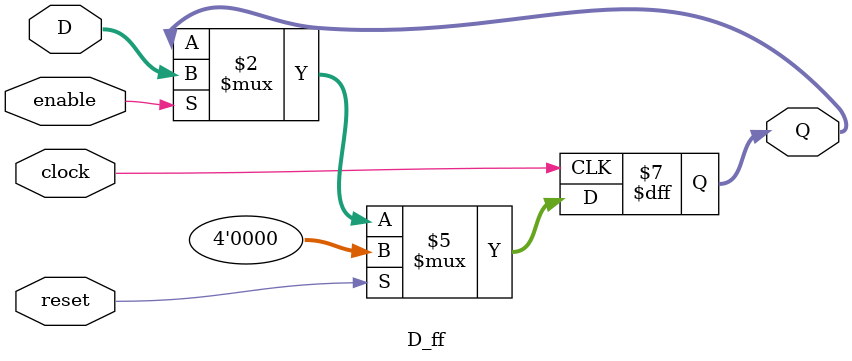
<source format=v>
module D_ff 
    (
        clock,
		reset,
        enable,
        D,
        Q
    );

    parameter n = 4;

    input           clock;
    input           reset;
    input           enable;
    input [n-1:0]   D;
    output [n-1:0]  Q;

    reg [n-1:0]     Q;

    always @ (posedge clock)
        if (reset)
            Q <= 4'b0000;
        else if(enable)
            Q <= D;

endmodule
</source>
